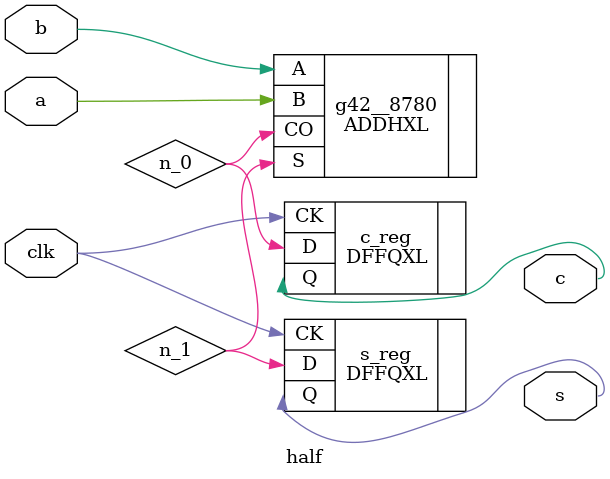
<source format=v>


// Verification Directory fv/half 

module half(s, c, a, b, clk);
  input a, b, clk;
  output s, c;
  wire a, b, clk;
  wire s, c;
  wire n_0, n_1;
  DFFQXL s_reg(.CK (clk), .D (n_1), .Q (s));
  DFFQXL c_reg(.CK (clk), .D (n_0), .Q (c));
  ADDHXL g42__8780(.A (b), .B (a), .CO (n_0), .S (n_1));
endmodule


</source>
